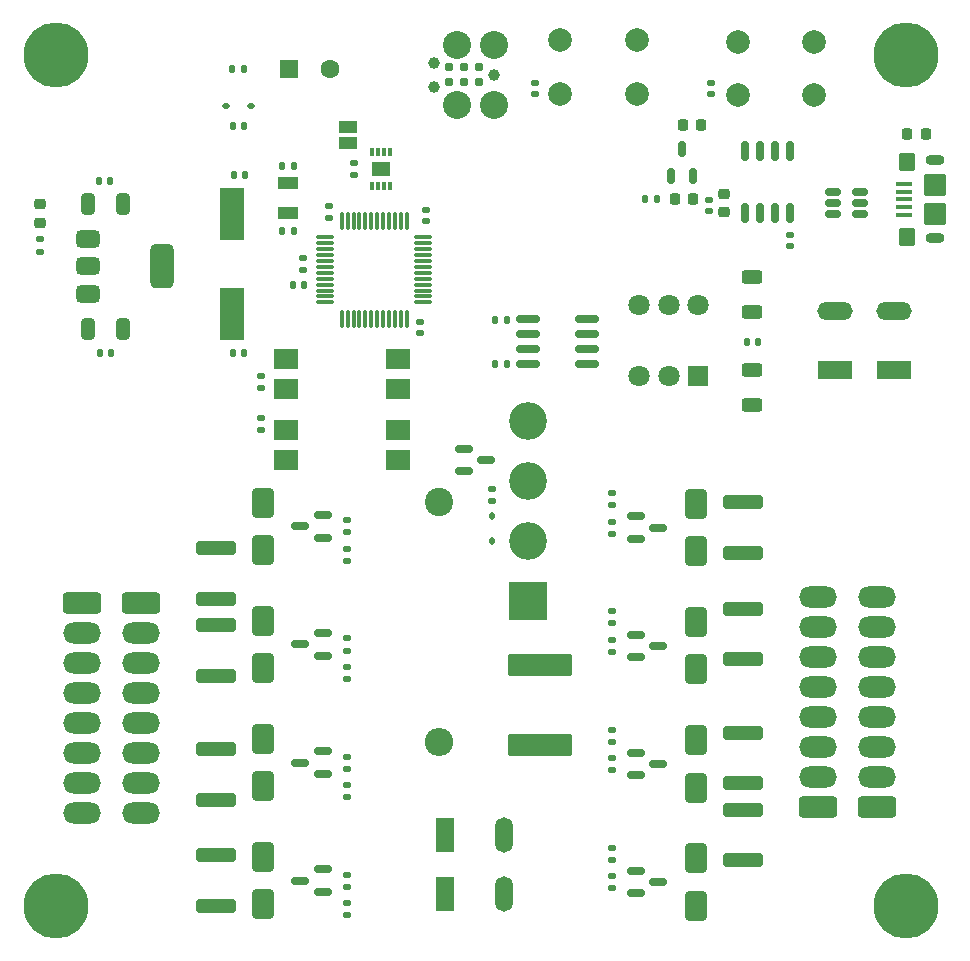
<source format=gbr>
%TF.GenerationSoftware,KiCad,Pcbnew,8.0.8+1*%
%TF.CreationDate,2025-03-08T00:06:57+00:00*%
%TF.ProjectId,dcclicht,6463636c-6963-4687-942e-6b696361645f,rev?*%
%TF.SameCoordinates,Original*%
%TF.FileFunction,Soldermask,Top*%
%TF.FilePolarity,Negative*%
%FSLAX46Y46*%
G04 Gerber Fmt 4.6, Leading zero omitted, Abs format (unit mm)*
G04 Created by KiCad (PCBNEW 8.0.8+1) date 2025-03-08 00:06:57*
%MOMM*%
%LPD*%
G01*
G04 APERTURE LIST*
G04 Aperture macros list*
%AMRoundRect*
0 Rectangle with rounded corners*
0 $1 Rounding radius*
0 $2 $3 $4 $5 $6 $7 $8 $9 X,Y pos of 4 corners*
0 Add a 4 corners polygon primitive as box body*
4,1,4,$2,$3,$4,$5,$6,$7,$8,$9,$2,$3,0*
0 Add four circle primitives for the rounded corners*
1,1,$1+$1,$2,$3*
1,1,$1+$1,$4,$5*
1,1,$1+$1,$6,$7*
1,1,$1+$1,$8,$9*
0 Add four rect primitives between the rounded corners*
20,1,$1+$1,$2,$3,$4,$5,0*
20,1,$1+$1,$4,$5,$6,$7,0*
20,1,$1+$1,$6,$7,$8,$9,0*
20,1,$1+$1,$8,$9,$2,$3,0*%
G04 Aperture macros list end*
%ADD10RoundRect,0.135000X-0.185000X0.135000X-0.185000X-0.135000X0.185000X-0.135000X0.185000X0.135000X0*%
%ADD11C,5.500000*%
%ADD12RoundRect,0.250000X-1.450000X0.312500X-1.450000X-0.312500X1.450000X-0.312500X1.450000X0.312500X0*%
%ADD13R,1.800000X1.800000*%
%ADD14C,1.800000*%
%ADD15RoundRect,0.135000X0.135000X0.185000X-0.135000X0.185000X-0.135000X-0.185000X0.135000X-0.185000X0*%
%ADD16R,1.500000X1.000000*%
%ADD17RoundRect,0.150000X-0.587500X-0.150000X0.587500X-0.150000X0.587500X0.150000X-0.587500X0.150000X0*%
%ADD18RoundRect,0.150000X0.150000X-0.512500X0.150000X0.512500X-0.150000X0.512500X-0.150000X-0.512500X0*%
%ADD19RoundRect,0.250000X-0.325000X-0.650000X0.325000X-0.650000X0.325000X0.650000X-0.325000X0.650000X0*%
%ADD20RoundRect,0.135000X-0.135000X-0.185000X0.135000X-0.185000X0.135000X0.185000X-0.135000X0.185000X0*%
%ADD21RoundRect,0.250000X1.450000X-0.312500X1.450000X0.312500X-1.450000X0.312500X-1.450000X-0.312500X0*%
%ADD22RoundRect,0.250000X-1.350000X0.650000X-1.350000X-0.650000X1.350000X-0.650000X1.350000X0.650000X0*%
%ADD23O,3.200000X1.800000*%
%ADD24RoundRect,0.135000X0.185000X-0.135000X0.185000X0.135000X-0.185000X0.135000X-0.185000X-0.135000X0*%
%ADD25RoundRect,0.250000X0.650000X-1.000000X0.650000X1.000000X-0.650000X1.000000X-0.650000X-1.000000X0*%
%ADD26RoundRect,0.250000X-0.625000X0.312500X-0.625000X-0.312500X0.625000X-0.312500X0.625000X0.312500X0*%
%ADD27RoundRect,0.150000X-0.825000X-0.150000X0.825000X-0.150000X0.825000X0.150000X-0.825000X0.150000X0*%
%ADD28R,2.000000X1.780000*%
%ADD29RoundRect,0.150000X0.587500X0.150000X-0.587500X0.150000X-0.587500X-0.150000X0.587500X-0.150000X0*%
%ADD30R,1.600000X1.600000*%
%ADD31C,1.600000*%
%ADD32R,0.300000X0.750000*%
%ADD33R,1.500000X1.300000*%
%ADD34R,2.000000X4.500000*%
%ADD35RoundRect,0.140000X0.140000X0.170000X-0.140000X0.170000X-0.140000X-0.170000X0.140000X-0.170000X0*%
%ADD36RoundRect,0.218750X0.256250X-0.218750X0.256250X0.218750X-0.256250X0.218750X-0.256250X-0.218750X0*%
%ADD37RoundRect,0.075000X-0.662500X-0.075000X0.662500X-0.075000X0.662500X0.075000X-0.662500X0.075000X0*%
%ADD38RoundRect,0.075000X-0.075000X-0.662500X0.075000X-0.662500X0.075000X0.662500X-0.075000X0.662500X0*%
%ADD39RoundRect,0.140000X0.170000X-0.140000X0.170000X0.140000X-0.170000X0.140000X-0.170000X-0.140000X0*%
%ADD40R,3.000000X1.500000*%
%ADD41O,3.000000X1.500000*%
%ADD42RoundRect,0.218750X-0.218750X-0.256250X0.218750X-0.256250X0.218750X0.256250X-0.218750X0.256250X0*%
%ADD43C,2.400000*%
%ADD44O,2.400000X2.400000*%
%ADD45RoundRect,0.250000X1.350000X-0.650000X1.350000X0.650000X-1.350000X0.650000X-1.350000X-0.650000X0*%
%ADD46RoundRect,0.250000X-0.650000X1.000000X-0.650000X-1.000000X0.650000X-1.000000X0.650000X1.000000X0*%
%ADD47RoundRect,0.140000X-0.170000X0.140000X-0.170000X-0.140000X0.170000X-0.140000X0.170000X0.140000X0*%
%ADD48RoundRect,0.225000X-0.225000X-0.250000X0.225000X-0.250000X0.225000X0.250000X-0.225000X0.250000X0*%
%ADD49R,1.800000X1.000000*%
%ADD50RoundRect,0.140000X-0.140000X-0.170000X0.140000X-0.170000X0.140000X0.170000X-0.140000X0.170000X0*%
%ADD51RoundRect,0.150000X-0.150000X0.675000X-0.150000X-0.675000X0.150000X-0.675000X0.150000X0.675000X0*%
%ADD52RoundRect,0.112500X-0.112500X0.187500X-0.112500X-0.187500X0.112500X-0.187500X0.112500X0.187500X0*%
%ADD53RoundRect,0.225000X0.250000X-0.225000X0.250000X0.225000X-0.250000X0.225000X-0.250000X-0.225000X0*%
%ADD54C,2.000000*%
%ADD55RoundRect,0.250000X2.475000X-0.712500X2.475000X0.712500X-2.475000X0.712500X-2.475000X-0.712500X0*%
%ADD56RoundRect,0.112500X-0.187500X-0.112500X0.187500X-0.112500X0.187500X0.112500X-0.187500X0.112500X0*%
%ADD57C,2.374900*%
%ADD58C,0.990600*%
%ADD59C,0.787400*%
%ADD60RoundRect,0.100000X0.575000X-0.100000X0.575000X0.100000X-0.575000X0.100000X-0.575000X-0.100000X0*%
%ADD61O,1.600000X0.900000*%
%ADD62RoundRect,0.250000X0.450000X-0.550000X0.450000X0.550000X-0.450000X0.550000X-0.450000X-0.550000X0*%
%ADD63RoundRect,0.250000X0.700000X-0.700000X0.700000X0.700000X-0.700000X0.700000X-0.700000X-0.700000X0*%
%ADD64RoundRect,0.375000X-0.625000X-0.375000X0.625000X-0.375000X0.625000X0.375000X-0.625000X0.375000X0*%
%ADD65RoundRect,0.500000X-0.500000X-1.400000X0.500000X-1.400000X0.500000X1.400000X-0.500000X1.400000X0*%
%ADD66R,3.200000X3.200000*%
%ADD67C,3.200000*%
%ADD68R,1.500000X3.000000*%
%ADD69O,1.500000X3.000000*%
%ADD70RoundRect,0.150000X-0.512500X-0.150000X0.512500X-0.150000X0.512500X0.150000X-0.512500X0.150000X0*%
G04 APERTURE END LIST*
D10*
%TO.C,R205*%
X161100000Y-103490000D03*
X161100000Y-104510000D03*
%TD*%
D11*
%TO.C,H101*%
X114000000Y-64000000D03*
%TD*%
D12*
%TO.C,F202*%
X172200000Y-121362500D03*
X172200000Y-125637500D03*
%TD*%
D11*
%TO.C,H103*%
X186000000Y-136000000D03*
%TD*%
D13*
%TO.C,SW101*%
X168422500Y-91172500D03*
D14*
X165922500Y-91172500D03*
X163422500Y-91172500D03*
X168422500Y-85172500D03*
X165922500Y-85172500D03*
X163422500Y-85172500D03*
%TD*%
D15*
%TO.C,R109*%
X152210000Y-86400000D03*
X151190000Y-86400000D03*
%TD*%
D16*
%TO.C,JP101*%
X138800000Y-71400000D03*
X138800000Y-70100000D03*
%TD*%
D17*
%TO.C,Q101*%
X148562500Y-97300000D03*
X148562500Y-99200000D03*
X150437500Y-98250000D03*
%TD*%
D18*
%TO.C,U301*%
X166100000Y-74200000D03*
X168000000Y-74200000D03*
X167050000Y-71925000D03*
%TD*%
D19*
%TO.C,C107*%
X116750000Y-76575000D03*
X119700000Y-76575000D03*
%TD*%
D20*
%TO.C,R105*%
X128967651Y-65175000D03*
X129987651Y-65175000D03*
%TD*%
D21*
%TO.C,F201*%
X172200000Y-132137500D03*
X172200000Y-127862500D03*
%TD*%
D22*
%TO.C,J202*%
X121250000Y-110380000D03*
X116250000Y-110380000D03*
D23*
X121250000Y-112920000D03*
X116250000Y-112920000D03*
X121250000Y-115460000D03*
X116250000Y-115460000D03*
X121250000Y-118000000D03*
X116250000Y-118000000D03*
X121250000Y-120540000D03*
X116250000Y-120540000D03*
X121250000Y-123080000D03*
X116250000Y-123080000D03*
X121250000Y-125620000D03*
X116250000Y-125620000D03*
X121250000Y-128160000D03*
X116250000Y-128160000D03*
%TD*%
D24*
%TO.C,R203*%
X161100000Y-122110000D03*
X161100000Y-121090000D03*
%TD*%
D25*
%TO.C,D208*%
X131567960Y-105890000D03*
X131567960Y-101890000D03*
%TD*%
%TO.C,D205*%
X131567960Y-135890000D03*
X131567960Y-131890000D03*
%TD*%
D26*
%TO.C,R112*%
X173000000Y-90687500D03*
X173000000Y-93612500D03*
%TD*%
D27*
%TO.C,U105*%
X154025000Y-86345000D03*
X154025000Y-87615000D03*
X154025000Y-88885000D03*
X154025000Y-90155000D03*
X158975000Y-90155000D03*
X158975000Y-88885000D03*
X158975000Y-87615000D03*
X158975000Y-86345000D03*
%TD*%
D25*
%TO.C,D202*%
X168200000Y-116000000D03*
X168200000Y-112000000D03*
%TD*%
D17*
%TO.C,Q204*%
X163162500Y-133050000D03*
X163162500Y-134950000D03*
X165037500Y-134000000D03*
%TD*%
D19*
%TO.C,C105*%
X116750000Y-87175000D03*
X119700000Y-87175000D03*
%TD*%
D28*
%TO.C,U102*%
X143015000Y-92270000D03*
X143015000Y-89730000D03*
X133485000Y-89730000D03*
X133485000Y-92270000D03*
%TD*%
D10*
%TO.C,R211*%
X138667960Y-115780000D03*
X138667960Y-116800000D03*
%TD*%
D24*
%TO.C,R101*%
X112700000Y-80620000D03*
X112700000Y-79600000D03*
%TD*%
D21*
%TO.C,F206*%
X127567960Y-116527500D03*
X127567960Y-112252500D03*
%TD*%
D29*
%TO.C,Q206*%
X136605460Y-124840000D03*
X136605460Y-122940000D03*
X134730460Y-123890000D03*
%TD*%
D30*
%TO.C,C110*%
X133775000Y-65175000D03*
D31*
X137275000Y-65175000D03*
%TD*%
D32*
%TO.C,U106*%
X142275000Y-72175000D03*
X141775000Y-72175000D03*
X141275000Y-72175000D03*
X140775000Y-72175000D03*
X140775000Y-75075000D03*
X141275000Y-75075000D03*
X141775000Y-75075000D03*
X142275000Y-75075000D03*
D33*
X141525000Y-73625000D03*
%TD*%
D17*
%TO.C,Q201*%
X163162500Y-103050000D03*
X163162500Y-104950000D03*
X165037500Y-104000000D03*
%TD*%
D34*
%TO.C,Y101*%
X128975000Y-85925000D03*
X128975000Y-77425000D03*
%TD*%
D35*
%TO.C,C111*%
X130055000Y-74175000D03*
X129095000Y-74175000D03*
%TD*%
D26*
%TO.C,R110*%
X173000000Y-82787500D03*
X173000000Y-85712500D03*
%TD*%
D12*
%TO.C,F207*%
X127567960Y-122752500D03*
X127567960Y-127027500D03*
%TD*%
D36*
%TO.C,D101*%
X112700000Y-78175000D03*
X112700000Y-76600000D03*
%TD*%
D35*
%TO.C,C115*%
X173480000Y-88250000D03*
X172520000Y-88250000D03*
%TD*%
D37*
%TO.C,U104*%
X136812500Y-79425000D03*
X136812500Y-79925000D03*
X136812500Y-80425000D03*
X136812500Y-80925000D03*
X136812500Y-81425000D03*
X136812500Y-81925000D03*
X136812500Y-82425000D03*
X136812500Y-82925000D03*
X136812500Y-83425000D03*
X136812500Y-83925000D03*
X136812500Y-84425000D03*
X136812500Y-84925000D03*
D38*
X138225000Y-86337500D03*
X138725000Y-86337500D03*
X139225000Y-86337500D03*
X139725000Y-86337500D03*
X140225000Y-86337500D03*
X140725000Y-86337500D03*
X141225000Y-86337500D03*
X141725000Y-86337500D03*
X142225000Y-86337500D03*
X142725000Y-86337500D03*
X143225000Y-86337500D03*
X143725000Y-86337500D03*
D37*
X145137500Y-84925000D03*
X145137500Y-84425000D03*
X145137500Y-83925000D03*
X145137500Y-83425000D03*
X145137500Y-82925000D03*
X145137500Y-82425000D03*
X145137500Y-81925000D03*
X145137500Y-81425000D03*
X145137500Y-80925000D03*
X145137500Y-80425000D03*
X145137500Y-79925000D03*
X145137500Y-79425000D03*
D38*
X143725000Y-78012500D03*
X143225000Y-78012500D03*
X142725000Y-78012500D03*
X142225000Y-78012500D03*
X141725000Y-78012500D03*
X141225000Y-78012500D03*
X140725000Y-78012500D03*
X140225000Y-78012500D03*
X139725000Y-78012500D03*
X139225000Y-78012500D03*
X138725000Y-78012500D03*
X138225000Y-78012500D03*
%TD*%
D29*
%TO.C,Q207*%
X136605460Y-114840000D03*
X136605460Y-112940000D03*
X134730460Y-113890000D03*
%TD*%
D39*
%TO.C,C116*%
X154600000Y-67280000D03*
X154600000Y-66320000D03*
%TD*%
D40*
%TO.C,J103*%
X180000000Y-90650000D03*
X185000000Y-90650000D03*
D41*
X180000000Y-85650000D03*
X185000000Y-85650000D03*
%TD*%
D15*
%TO.C,R111*%
X152210000Y-90100000D03*
X151190000Y-90100000D03*
%TD*%
D42*
%TO.C,D301*%
X166412500Y-76200000D03*
X167987500Y-76200000D03*
%TD*%
D39*
%TO.C,C117*%
X169500000Y-67280000D03*
X169500000Y-66320000D03*
%TD*%
D29*
%TO.C,Q205*%
X136605460Y-134840000D03*
X136605460Y-132940000D03*
X134730460Y-133890000D03*
%TD*%
D10*
%TO.C,R212*%
X138667960Y-105780000D03*
X138667960Y-106800000D03*
%TD*%
D43*
%TO.C,R108*%
X146500000Y-101840000D03*
D44*
X146500000Y-122160000D03*
%TD*%
D24*
%TO.C,R215*%
X138667960Y-114400000D03*
X138667960Y-113380000D03*
%TD*%
D20*
%TO.C,R301*%
X163900000Y-76200000D03*
X164920000Y-76200000D03*
%TD*%
D10*
%TO.C,R207*%
X161100000Y-123490000D03*
X161100000Y-124510000D03*
%TD*%
D29*
%TO.C,Q208*%
X136605460Y-104840000D03*
X136605460Y-102940000D03*
X134730460Y-103890000D03*
%TD*%
D39*
%TO.C,C102*%
X145375000Y-78055000D03*
X145375000Y-77095000D03*
%TD*%
D45*
%TO.C,J201*%
X178517960Y-127610000D03*
X183517960Y-127610000D03*
D23*
X178517960Y-125070000D03*
X183517960Y-125070000D03*
X178517960Y-122530000D03*
X183517960Y-122530000D03*
X178517960Y-119990000D03*
X183517960Y-119990000D03*
X178517960Y-117450000D03*
X183517960Y-117450000D03*
X178517960Y-114910000D03*
X183517960Y-114910000D03*
X178517960Y-112370000D03*
X183517960Y-112370000D03*
X178517960Y-109830000D03*
X183517960Y-109830000D03*
%TD*%
D28*
%TO.C,U103*%
X133485000Y-95730000D03*
X133485000Y-98270000D03*
X143015000Y-98270000D03*
X143015000Y-95730000D03*
%TD*%
D46*
%TO.C,D204*%
X168200000Y-132000000D03*
X168200000Y-136000000D03*
%TD*%
D17*
%TO.C,Q202*%
X163162500Y-113050000D03*
X163162500Y-114950000D03*
X165037500Y-114000000D03*
%TD*%
D24*
%TO.C,R202*%
X161100000Y-112110000D03*
X161100000Y-111090000D03*
%TD*%
%TO.C,R214*%
X138667960Y-124400000D03*
X138667960Y-123380000D03*
%TD*%
D47*
%TO.C,C104*%
X144875000Y-86595000D03*
X144875000Y-87555000D03*
%TD*%
D11*
%TO.C,H104*%
X114000000Y-136000000D03*
%TD*%
D17*
%TO.C,Q203*%
X163162500Y-123050000D03*
X163162500Y-124950000D03*
X165037500Y-124000000D03*
%TD*%
D48*
%TO.C,C301*%
X167100000Y-69900000D03*
X168650000Y-69900000D03*
%TD*%
D24*
%TO.C,R204*%
X161100000Y-132110000D03*
X161100000Y-131090000D03*
%TD*%
D35*
%TO.C,C112*%
X129955000Y-89175000D03*
X128995000Y-89175000D03*
%TD*%
D42*
%TO.C,FB301*%
X186112500Y-70700000D03*
X187687500Y-70700000D03*
%TD*%
D49*
%TO.C,Y102*%
X133675000Y-77325000D03*
X133675000Y-74825000D03*
%TD*%
D24*
%TO.C,R216*%
X138667960Y-104400000D03*
X138667960Y-103380000D03*
%TD*%
D10*
%TO.C,R209*%
X138667960Y-135780000D03*
X138667960Y-136800000D03*
%TD*%
D50*
%TO.C,C113*%
X133195000Y-73375000D03*
X134155000Y-73375000D03*
%TD*%
D10*
%TO.C,R208*%
X161100000Y-133490000D03*
X161100000Y-134510000D03*
%TD*%
D12*
%TO.C,F205*%
X127567960Y-105752500D03*
X127567960Y-110027500D03*
%TD*%
D50*
%TO.C,C109*%
X128997651Y-70025000D03*
X129957651Y-70025000D03*
%TD*%
D10*
%TO.C,R102*%
X139300000Y-73090000D03*
X139300000Y-74110000D03*
%TD*%
D50*
%TO.C,C106*%
X117745000Y-89175000D03*
X118705000Y-89175000D03*
%TD*%
D25*
%TO.C,D207*%
X131567960Y-115890000D03*
X131567960Y-111890000D03*
%TD*%
D51*
%TO.C,U302*%
X176205000Y-72075000D03*
X174935000Y-72075000D03*
X173665000Y-72075000D03*
X172395000Y-72075000D03*
X172395000Y-77325000D03*
X173665000Y-77325000D03*
X174935000Y-77325000D03*
X176205000Y-77325000D03*
%TD*%
D39*
%TO.C,C303*%
X169300000Y-77180000D03*
X169300000Y-76220000D03*
%TD*%
D52*
%TO.C,D103*%
X150950000Y-103050000D03*
X150950000Y-105150000D03*
%TD*%
D53*
%TO.C,C302*%
X170600000Y-77275000D03*
X170600000Y-75725000D03*
%TD*%
D12*
%TO.C,F204*%
X172200000Y-101862500D03*
X172200000Y-106137500D03*
%TD*%
D24*
%TO.C,R104*%
X131400000Y-92200000D03*
X131400000Y-91180000D03*
%TD*%
D54*
%TO.C,SW103*%
X171750000Y-62850000D03*
X178250000Y-62850000D03*
X171750000Y-67350000D03*
X178250000Y-67350000D03*
%TD*%
D24*
%TO.C,R201*%
X161100000Y-102110000D03*
X161100000Y-101090000D03*
%TD*%
D55*
%TO.C,F101*%
X155000000Y-122387500D03*
X155000000Y-115612500D03*
%TD*%
D56*
%TO.C,D104*%
X128427651Y-68275000D03*
X130527651Y-68275000D03*
%TD*%
D46*
%TO.C,D201*%
X168200000Y-102000000D03*
X168200000Y-106000000D03*
%TD*%
D50*
%TO.C,C108*%
X117645000Y-74675000D03*
X118605000Y-74675000D03*
%TD*%
D46*
%TO.C,D203*%
X168200000Y-122000000D03*
X168200000Y-126000000D03*
%TD*%
D10*
%TO.C,R107*%
X131400000Y-94680000D03*
X131400000Y-95700000D03*
%TD*%
%TO.C,R210*%
X138667960Y-125780000D03*
X138667960Y-126800000D03*
%TD*%
D11*
%TO.C,H102*%
X186000000Y-64000000D03*
%TD*%
D50*
%TO.C,C114*%
X133195000Y-78875000D03*
X134155000Y-78875000D03*
%TD*%
D57*
%TO.C,J102*%
X151135000Y-68175000D03*
D58*
X151135000Y-65635000D03*
D57*
X151135000Y-63095000D03*
X147960000Y-68175000D03*
X147960000Y-63095000D03*
D58*
X146055000Y-66651000D03*
X146055000Y-64619000D03*
D59*
X149865000Y-65000000D03*
X149865000Y-66270000D03*
X148595000Y-65000000D03*
X148595000Y-66270000D03*
X147325000Y-65000000D03*
X147325000Y-66270000D03*
%TD*%
D54*
%TO.C,SW102*%
X156750000Y-62750000D03*
X163250000Y-62750000D03*
X156750000Y-67250000D03*
X163250000Y-67250000D03*
%TD*%
D24*
%TO.C,R103*%
X150950000Y-101735000D03*
X150950000Y-100715000D03*
%TD*%
D46*
%TO.C,D206*%
X131567960Y-121890000D03*
X131567960Y-125890000D03*
%TD*%
D39*
%TO.C,C101*%
X137175000Y-77755000D03*
X137175000Y-76795000D03*
%TD*%
D60*
%TO.C,J301*%
X185820000Y-77500000D03*
X185820000Y-76850000D03*
X185820000Y-76200000D03*
X185820000Y-75550000D03*
X185820000Y-74900000D03*
D61*
X188495000Y-79500000D03*
D62*
X186045000Y-79400000D03*
D63*
X188495000Y-77400000D03*
X188495000Y-75000000D03*
D62*
X186045000Y-73000000D03*
D61*
X188495000Y-72900000D03*
%TD*%
D24*
%TO.C,R213*%
X138667960Y-134400000D03*
X138667960Y-133380000D03*
%TD*%
D21*
%TO.C,F203*%
X172200000Y-115137500D03*
X172200000Y-110862500D03*
%TD*%
D47*
%TO.C,C304*%
X176200000Y-79200000D03*
X176200000Y-80160000D03*
%TD*%
D10*
%TO.C,R206*%
X161100000Y-113490000D03*
X161100000Y-114510000D03*
%TD*%
%TO.C,R106*%
X134975000Y-81155000D03*
X134975000Y-82175000D03*
%TD*%
D64*
%TO.C,U101*%
X116725000Y-79575000D03*
X116725000Y-81875000D03*
D65*
X123025000Y-81875000D03*
D64*
X116725000Y-84175000D03*
%TD*%
D66*
%TO.C,D102*%
X154000000Y-110240000D03*
D67*
X154000000Y-105160000D03*
X154000000Y-100080000D03*
X154000000Y-95000000D03*
%TD*%
D35*
%TO.C,C103*%
X135055000Y-83475000D03*
X134095000Y-83475000D03*
%TD*%
D21*
%TO.C,F208*%
X127567960Y-136027500D03*
X127567960Y-131752500D03*
%TD*%
D68*
%TO.C,J101*%
X147000000Y-130000000D03*
X147000000Y-135000000D03*
D69*
X152000000Y-130000000D03*
X152000000Y-135000000D03*
%TD*%
D70*
%TO.C,U303*%
X179862500Y-75550000D03*
X179862500Y-76500000D03*
X179862500Y-77450000D03*
X182137500Y-77450000D03*
X182137500Y-76500000D03*
X182137500Y-75550000D03*
%TD*%
M02*

</source>
